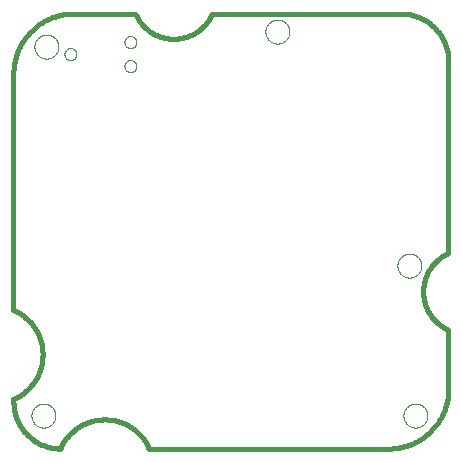
<source format=gko>
G75*
%MOIN*%
%OFA0B0*%
%FSLAX25Y25*%
%IPPOS*%
%LPD*%
%AMOC8*
5,1,8,0,0,1.08239X$1,22.5*
%
%ADD10C,0.00000*%
%ADD11C,0.01600*%
D10*
X0022558Y0025840D02*
X0022560Y0025966D01*
X0022566Y0026092D01*
X0022576Y0026218D01*
X0022590Y0026344D01*
X0022608Y0026469D01*
X0022630Y0026593D01*
X0022655Y0026717D01*
X0022685Y0026840D01*
X0022718Y0026961D01*
X0022756Y0027082D01*
X0022797Y0027201D01*
X0022842Y0027320D01*
X0022890Y0027436D01*
X0022942Y0027551D01*
X0022998Y0027664D01*
X0023058Y0027776D01*
X0023121Y0027885D01*
X0023187Y0027993D01*
X0023256Y0028098D01*
X0023329Y0028201D01*
X0023406Y0028302D01*
X0023485Y0028400D01*
X0023567Y0028496D01*
X0023653Y0028589D01*
X0023741Y0028680D01*
X0023832Y0028767D01*
X0023926Y0028852D01*
X0024022Y0028933D01*
X0024121Y0029012D01*
X0024222Y0029087D01*
X0024326Y0029159D01*
X0024432Y0029228D01*
X0024540Y0029294D01*
X0024650Y0029356D01*
X0024762Y0029414D01*
X0024875Y0029469D01*
X0024991Y0029520D01*
X0025108Y0029568D01*
X0025226Y0029612D01*
X0025346Y0029652D01*
X0025467Y0029688D01*
X0025589Y0029721D01*
X0025712Y0029750D01*
X0025836Y0029774D01*
X0025960Y0029795D01*
X0026085Y0029812D01*
X0026211Y0029825D01*
X0026337Y0029834D01*
X0026463Y0029839D01*
X0026590Y0029840D01*
X0026716Y0029837D01*
X0026842Y0029830D01*
X0026968Y0029819D01*
X0027093Y0029804D01*
X0027218Y0029785D01*
X0027342Y0029762D01*
X0027466Y0029736D01*
X0027588Y0029705D01*
X0027710Y0029671D01*
X0027830Y0029632D01*
X0027949Y0029590D01*
X0028067Y0029545D01*
X0028183Y0029495D01*
X0028298Y0029442D01*
X0028410Y0029385D01*
X0028521Y0029325D01*
X0028630Y0029261D01*
X0028737Y0029194D01*
X0028842Y0029124D01*
X0028945Y0029050D01*
X0029045Y0028973D01*
X0029143Y0028893D01*
X0029238Y0028810D01*
X0029330Y0028724D01*
X0029420Y0028635D01*
X0029507Y0028543D01*
X0029590Y0028449D01*
X0029671Y0028352D01*
X0029749Y0028252D01*
X0029824Y0028150D01*
X0029895Y0028046D01*
X0029963Y0027939D01*
X0030027Y0027831D01*
X0030088Y0027720D01*
X0030146Y0027608D01*
X0030200Y0027494D01*
X0030250Y0027378D01*
X0030297Y0027261D01*
X0030340Y0027142D01*
X0030379Y0027022D01*
X0030415Y0026901D01*
X0030446Y0026778D01*
X0030474Y0026655D01*
X0030498Y0026531D01*
X0030518Y0026406D01*
X0030534Y0026281D01*
X0030546Y0026155D01*
X0030554Y0026029D01*
X0030558Y0025903D01*
X0030558Y0025777D01*
X0030554Y0025651D01*
X0030546Y0025525D01*
X0030534Y0025399D01*
X0030518Y0025274D01*
X0030498Y0025149D01*
X0030474Y0025025D01*
X0030446Y0024902D01*
X0030415Y0024779D01*
X0030379Y0024658D01*
X0030340Y0024538D01*
X0030297Y0024419D01*
X0030250Y0024302D01*
X0030200Y0024186D01*
X0030146Y0024072D01*
X0030088Y0023960D01*
X0030027Y0023849D01*
X0029963Y0023741D01*
X0029895Y0023634D01*
X0029824Y0023530D01*
X0029749Y0023428D01*
X0029671Y0023328D01*
X0029590Y0023231D01*
X0029507Y0023137D01*
X0029420Y0023045D01*
X0029330Y0022956D01*
X0029238Y0022870D01*
X0029143Y0022787D01*
X0029045Y0022707D01*
X0028945Y0022630D01*
X0028842Y0022556D01*
X0028737Y0022486D01*
X0028630Y0022419D01*
X0028521Y0022355D01*
X0028410Y0022295D01*
X0028298Y0022238D01*
X0028183Y0022185D01*
X0028067Y0022135D01*
X0027949Y0022090D01*
X0027830Y0022048D01*
X0027710Y0022009D01*
X0027588Y0021975D01*
X0027466Y0021944D01*
X0027342Y0021918D01*
X0027218Y0021895D01*
X0027093Y0021876D01*
X0026968Y0021861D01*
X0026842Y0021850D01*
X0026716Y0021843D01*
X0026590Y0021840D01*
X0026463Y0021841D01*
X0026337Y0021846D01*
X0026211Y0021855D01*
X0026085Y0021868D01*
X0025960Y0021885D01*
X0025836Y0021906D01*
X0025712Y0021930D01*
X0025589Y0021959D01*
X0025467Y0021992D01*
X0025346Y0022028D01*
X0025226Y0022068D01*
X0025108Y0022112D01*
X0024991Y0022160D01*
X0024875Y0022211D01*
X0024762Y0022266D01*
X0024650Y0022324D01*
X0024540Y0022386D01*
X0024432Y0022452D01*
X0024326Y0022521D01*
X0024222Y0022593D01*
X0024121Y0022668D01*
X0024022Y0022747D01*
X0023926Y0022828D01*
X0023832Y0022913D01*
X0023741Y0023000D01*
X0023653Y0023091D01*
X0023567Y0023184D01*
X0023485Y0023280D01*
X0023406Y0023378D01*
X0023329Y0023479D01*
X0023256Y0023582D01*
X0023187Y0023687D01*
X0023121Y0023795D01*
X0023058Y0023904D01*
X0022998Y0024016D01*
X0022942Y0024129D01*
X0022890Y0024244D01*
X0022842Y0024360D01*
X0022797Y0024479D01*
X0022756Y0024598D01*
X0022718Y0024719D01*
X0022685Y0024840D01*
X0022655Y0024963D01*
X0022630Y0025087D01*
X0022608Y0025211D01*
X0022590Y0025336D01*
X0022576Y0025462D01*
X0022566Y0025588D01*
X0022560Y0025714D01*
X0022558Y0025840D01*
X0053558Y0142340D02*
X0053560Y0142429D01*
X0053566Y0142518D01*
X0053576Y0142607D01*
X0053590Y0142695D01*
X0053607Y0142782D01*
X0053629Y0142868D01*
X0053655Y0142954D01*
X0053684Y0143038D01*
X0053717Y0143121D01*
X0053753Y0143202D01*
X0053794Y0143282D01*
X0053837Y0143359D01*
X0053884Y0143435D01*
X0053935Y0143508D01*
X0053988Y0143579D01*
X0054045Y0143648D01*
X0054105Y0143714D01*
X0054168Y0143778D01*
X0054233Y0143838D01*
X0054301Y0143896D01*
X0054372Y0143950D01*
X0054445Y0144001D01*
X0054520Y0144049D01*
X0054597Y0144094D01*
X0054676Y0144135D01*
X0054757Y0144172D01*
X0054839Y0144206D01*
X0054923Y0144237D01*
X0055008Y0144263D01*
X0055094Y0144286D01*
X0055181Y0144304D01*
X0055269Y0144319D01*
X0055358Y0144330D01*
X0055447Y0144337D01*
X0055536Y0144340D01*
X0055625Y0144339D01*
X0055714Y0144334D01*
X0055802Y0144325D01*
X0055891Y0144312D01*
X0055978Y0144295D01*
X0056065Y0144275D01*
X0056151Y0144250D01*
X0056235Y0144222D01*
X0056318Y0144190D01*
X0056400Y0144154D01*
X0056480Y0144115D01*
X0056558Y0144072D01*
X0056634Y0144026D01*
X0056708Y0143976D01*
X0056780Y0143923D01*
X0056849Y0143867D01*
X0056916Y0143808D01*
X0056980Y0143746D01*
X0057041Y0143682D01*
X0057100Y0143614D01*
X0057155Y0143544D01*
X0057207Y0143472D01*
X0057256Y0143397D01*
X0057301Y0143321D01*
X0057343Y0143242D01*
X0057381Y0143162D01*
X0057416Y0143080D01*
X0057447Y0142996D01*
X0057475Y0142911D01*
X0057498Y0142825D01*
X0057518Y0142738D01*
X0057534Y0142651D01*
X0057546Y0142562D01*
X0057554Y0142474D01*
X0057558Y0142385D01*
X0057558Y0142295D01*
X0057554Y0142206D01*
X0057546Y0142118D01*
X0057534Y0142029D01*
X0057518Y0141942D01*
X0057498Y0141855D01*
X0057475Y0141769D01*
X0057447Y0141684D01*
X0057416Y0141600D01*
X0057381Y0141518D01*
X0057343Y0141438D01*
X0057301Y0141359D01*
X0057256Y0141283D01*
X0057207Y0141208D01*
X0057155Y0141136D01*
X0057100Y0141066D01*
X0057041Y0140998D01*
X0056980Y0140934D01*
X0056916Y0140872D01*
X0056849Y0140813D01*
X0056780Y0140757D01*
X0056708Y0140704D01*
X0056634Y0140654D01*
X0056558Y0140608D01*
X0056480Y0140565D01*
X0056400Y0140526D01*
X0056318Y0140490D01*
X0056235Y0140458D01*
X0056151Y0140430D01*
X0056065Y0140405D01*
X0055978Y0140385D01*
X0055891Y0140368D01*
X0055802Y0140355D01*
X0055714Y0140346D01*
X0055625Y0140341D01*
X0055536Y0140340D01*
X0055447Y0140343D01*
X0055358Y0140350D01*
X0055269Y0140361D01*
X0055181Y0140376D01*
X0055094Y0140394D01*
X0055008Y0140417D01*
X0054923Y0140443D01*
X0054839Y0140474D01*
X0054757Y0140508D01*
X0054676Y0140545D01*
X0054597Y0140586D01*
X0054520Y0140631D01*
X0054445Y0140679D01*
X0054372Y0140730D01*
X0054301Y0140784D01*
X0054233Y0140842D01*
X0054168Y0140902D01*
X0054105Y0140966D01*
X0054045Y0141032D01*
X0053988Y0141101D01*
X0053935Y0141172D01*
X0053884Y0141245D01*
X0053837Y0141321D01*
X0053794Y0141398D01*
X0053753Y0141478D01*
X0053717Y0141559D01*
X0053684Y0141642D01*
X0053655Y0141726D01*
X0053629Y0141812D01*
X0053607Y0141898D01*
X0053590Y0141985D01*
X0053576Y0142073D01*
X0053566Y0142162D01*
X0053560Y0142251D01*
X0053558Y0142340D01*
X0053558Y0150340D02*
X0053560Y0150429D01*
X0053566Y0150518D01*
X0053576Y0150607D01*
X0053590Y0150695D01*
X0053607Y0150782D01*
X0053629Y0150868D01*
X0053655Y0150954D01*
X0053684Y0151038D01*
X0053717Y0151121D01*
X0053753Y0151202D01*
X0053794Y0151282D01*
X0053837Y0151359D01*
X0053884Y0151435D01*
X0053935Y0151508D01*
X0053988Y0151579D01*
X0054045Y0151648D01*
X0054105Y0151714D01*
X0054168Y0151778D01*
X0054233Y0151838D01*
X0054301Y0151896D01*
X0054372Y0151950D01*
X0054445Y0152001D01*
X0054520Y0152049D01*
X0054597Y0152094D01*
X0054676Y0152135D01*
X0054757Y0152172D01*
X0054839Y0152206D01*
X0054923Y0152237D01*
X0055008Y0152263D01*
X0055094Y0152286D01*
X0055181Y0152304D01*
X0055269Y0152319D01*
X0055358Y0152330D01*
X0055447Y0152337D01*
X0055536Y0152340D01*
X0055625Y0152339D01*
X0055714Y0152334D01*
X0055802Y0152325D01*
X0055891Y0152312D01*
X0055978Y0152295D01*
X0056065Y0152275D01*
X0056151Y0152250D01*
X0056235Y0152222D01*
X0056318Y0152190D01*
X0056400Y0152154D01*
X0056480Y0152115D01*
X0056558Y0152072D01*
X0056634Y0152026D01*
X0056708Y0151976D01*
X0056780Y0151923D01*
X0056849Y0151867D01*
X0056916Y0151808D01*
X0056980Y0151746D01*
X0057041Y0151682D01*
X0057100Y0151614D01*
X0057155Y0151544D01*
X0057207Y0151472D01*
X0057256Y0151397D01*
X0057301Y0151321D01*
X0057343Y0151242D01*
X0057381Y0151162D01*
X0057416Y0151080D01*
X0057447Y0150996D01*
X0057475Y0150911D01*
X0057498Y0150825D01*
X0057518Y0150738D01*
X0057534Y0150651D01*
X0057546Y0150562D01*
X0057554Y0150474D01*
X0057558Y0150385D01*
X0057558Y0150295D01*
X0057554Y0150206D01*
X0057546Y0150118D01*
X0057534Y0150029D01*
X0057518Y0149942D01*
X0057498Y0149855D01*
X0057475Y0149769D01*
X0057447Y0149684D01*
X0057416Y0149600D01*
X0057381Y0149518D01*
X0057343Y0149438D01*
X0057301Y0149359D01*
X0057256Y0149283D01*
X0057207Y0149208D01*
X0057155Y0149136D01*
X0057100Y0149066D01*
X0057041Y0148998D01*
X0056980Y0148934D01*
X0056916Y0148872D01*
X0056849Y0148813D01*
X0056780Y0148757D01*
X0056708Y0148704D01*
X0056634Y0148654D01*
X0056558Y0148608D01*
X0056480Y0148565D01*
X0056400Y0148526D01*
X0056318Y0148490D01*
X0056235Y0148458D01*
X0056151Y0148430D01*
X0056065Y0148405D01*
X0055978Y0148385D01*
X0055891Y0148368D01*
X0055802Y0148355D01*
X0055714Y0148346D01*
X0055625Y0148341D01*
X0055536Y0148340D01*
X0055447Y0148343D01*
X0055358Y0148350D01*
X0055269Y0148361D01*
X0055181Y0148376D01*
X0055094Y0148394D01*
X0055008Y0148417D01*
X0054923Y0148443D01*
X0054839Y0148474D01*
X0054757Y0148508D01*
X0054676Y0148545D01*
X0054597Y0148586D01*
X0054520Y0148631D01*
X0054445Y0148679D01*
X0054372Y0148730D01*
X0054301Y0148784D01*
X0054233Y0148842D01*
X0054168Y0148902D01*
X0054105Y0148966D01*
X0054045Y0149032D01*
X0053988Y0149101D01*
X0053935Y0149172D01*
X0053884Y0149245D01*
X0053837Y0149321D01*
X0053794Y0149398D01*
X0053753Y0149478D01*
X0053717Y0149559D01*
X0053684Y0149642D01*
X0053655Y0149726D01*
X0053629Y0149812D01*
X0053607Y0149898D01*
X0053590Y0149985D01*
X0053576Y0150073D01*
X0053566Y0150162D01*
X0053560Y0150251D01*
X0053558Y0150340D01*
X0033558Y0146340D02*
X0033560Y0146429D01*
X0033566Y0146518D01*
X0033576Y0146607D01*
X0033590Y0146695D01*
X0033607Y0146782D01*
X0033629Y0146868D01*
X0033655Y0146954D01*
X0033684Y0147038D01*
X0033717Y0147121D01*
X0033753Y0147202D01*
X0033794Y0147282D01*
X0033837Y0147359D01*
X0033884Y0147435D01*
X0033935Y0147508D01*
X0033988Y0147579D01*
X0034045Y0147648D01*
X0034105Y0147714D01*
X0034168Y0147778D01*
X0034233Y0147838D01*
X0034301Y0147896D01*
X0034372Y0147950D01*
X0034445Y0148001D01*
X0034520Y0148049D01*
X0034597Y0148094D01*
X0034676Y0148135D01*
X0034757Y0148172D01*
X0034839Y0148206D01*
X0034923Y0148237D01*
X0035008Y0148263D01*
X0035094Y0148286D01*
X0035181Y0148304D01*
X0035269Y0148319D01*
X0035358Y0148330D01*
X0035447Y0148337D01*
X0035536Y0148340D01*
X0035625Y0148339D01*
X0035714Y0148334D01*
X0035802Y0148325D01*
X0035891Y0148312D01*
X0035978Y0148295D01*
X0036065Y0148275D01*
X0036151Y0148250D01*
X0036235Y0148222D01*
X0036318Y0148190D01*
X0036400Y0148154D01*
X0036480Y0148115D01*
X0036558Y0148072D01*
X0036634Y0148026D01*
X0036708Y0147976D01*
X0036780Y0147923D01*
X0036849Y0147867D01*
X0036916Y0147808D01*
X0036980Y0147746D01*
X0037041Y0147682D01*
X0037100Y0147614D01*
X0037155Y0147544D01*
X0037207Y0147472D01*
X0037256Y0147397D01*
X0037301Y0147321D01*
X0037343Y0147242D01*
X0037381Y0147162D01*
X0037416Y0147080D01*
X0037447Y0146996D01*
X0037475Y0146911D01*
X0037498Y0146825D01*
X0037518Y0146738D01*
X0037534Y0146651D01*
X0037546Y0146562D01*
X0037554Y0146474D01*
X0037558Y0146385D01*
X0037558Y0146295D01*
X0037554Y0146206D01*
X0037546Y0146118D01*
X0037534Y0146029D01*
X0037518Y0145942D01*
X0037498Y0145855D01*
X0037475Y0145769D01*
X0037447Y0145684D01*
X0037416Y0145600D01*
X0037381Y0145518D01*
X0037343Y0145438D01*
X0037301Y0145359D01*
X0037256Y0145283D01*
X0037207Y0145208D01*
X0037155Y0145136D01*
X0037100Y0145066D01*
X0037041Y0144998D01*
X0036980Y0144934D01*
X0036916Y0144872D01*
X0036849Y0144813D01*
X0036780Y0144757D01*
X0036708Y0144704D01*
X0036634Y0144654D01*
X0036558Y0144608D01*
X0036480Y0144565D01*
X0036400Y0144526D01*
X0036318Y0144490D01*
X0036235Y0144458D01*
X0036151Y0144430D01*
X0036065Y0144405D01*
X0035978Y0144385D01*
X0035891Y0144368D01*
X0035802Y0144355D01*
X0035714Y0144346D01*
X0035625Y0144341D01*
X0035536Y0144340D01*
X0035447Y0144343D01*
X0035358Y0144350D01*
X0035269Y0144361D01*
X0035181Y0144376D01*
X0035094Y0144394D01*
X0035008Y0144417D01*
X0034923Y0144443D01*
X0034839Y0144474D01*
X0034757Y0144508D01*
X0034676Y0144545D01*
X0034597Y0144586D01*
X0034520Y0144631D01*
X0034445Y0144679D01*
X0034372Y0144730D01*
X0034301Y0144784D01*
X0034233Y0144842D01*
X0034168Y0144902D01*
X0034105Y0144966D01*
X0034045Y0145032D01*
X0033988Y0145101D01*
X0033935Y0145172D01*
X0033884Y0145245D01*
X0033837Y0145321D01*
X0033794Y0145398D01*
X0033753Y0145478D01*
X0033717Y0145559D01*
X0033684Y0145642D01*
X0033655Y0145726D01*
X0033629Y0145812D01*
X0033607Y0145898D01*
X0033590Y0145985D01*
X0033576Y0146073D01*
X0033566Y0146162D01*
X0033560Y0146251D01*
X0033558Y0146340D01*
X0023558Y0148840D02*
X0023560Y0148966D01*
X0023566Y0149092D01*
X0023576Y0149218D01*
X0023590Y0149344D01*
X0023608Y0149469D01*
X0023630Y0149593D01*
X0023655Y0149717D01*
X0023685Y0149840D01*
X0023718Y0149961D01*
X0023756Y0150082D01*
X0023797Y0150201D01*
X0023842Y0150320D01*
X0023890Y0150436D01*
X0023942Y0150551D01*
X0023998Y0150664D01*
X0024058Y0150776D01*
X0024121Y0150885D01*
X0024187Y0150993D01*
X0024256Y0151098D01*
X0024329Y0151201D01*
X0024406Y0151302D01*
X0024485Y0151400D01*
X0024567Y0151496D01*
X0024653Y0151589D01*
X0024741Y0151680D01*
X0024832Y0151767D01*
X0024926Y0151852D01*
X0025022Y0151933D01*
X0025121Y0152012D01*
X0025222Y0152087D01*
X0025326Y0152159D01*
X0025432Y0152228D01*
X0025540Y0152294D01*
X0025650Y0152356D01*
X0025762Y0152414D01*
X0025875Y0152469D01*
X0025991Y0152520D01*
X0026108Y0152568D01*
X0026226Y0152612D01*
X0026346Y0152652D01*
X0026467Y0152688D01*
X0026589Y0152721D01*
X0026712Y0152750D01*
X0026836Y0152774D01*
X0026960Y0152795D01*
X0027085Y0152812D01*
X0027211Y0152825D01*
X0027337Y0152834D01*
X0027463Y0152839D01*
X0027590Y0152840D01*
X0027716Y0152837D01*
X0027842Y0152830D01*
X0027968Y0152819D01*
X0028093Y0152804D01*
X0028218Y0152785D01*
X0028342Y0152762D01*
X0028466Y0152736D01*
X0028588Y0152705D01*
X0028710Y0152671D01*
X0028830Y0152632D01*
X0028949Y0152590D01*
X0029067Y0152545D01*
X0029183Y0152495D01*
X0029298Y0152442D01*
X0029410Y0152385D01*
X0029521Y0152325D01*
X0029630Y0152261D01*
X0029737Y0152194D01*
X0029842Y0152124D01*
X0029945Y0152050D01*
X0030045Y0151973D01*
X0030143Y0151893D01*
X0030238Y0151810D01*
X0030330Y0151724D01*
X0030420Y0151635D01*
X0030507Y0151543D01*
X0030590Y0151449D01*
X0030671Y0151352D01*
X0030749Y0151252D01*
X0030824Y0151150D01*
X0030895Y0151046D01*
X0030963Y0150939D01*
X0031027Y0150831D01*
X0031088Y0150720D01*
X0031146Y0150608D01*
X0031200Y0150494D01*
X0031250Y0150378D01*
X0031297Y0150261D01*
X0031340Y0150142D01*
X0031379Y0150022D01*
X0031415Y0149901D01*
X0031446Y0149778D01*
X0031474Y0149655D01*
X0031498Y0149531D01*
X0031518Y0149406D01*
X0031534Y0149281D01*
X0031546Y0149155D01*
X0031554Y0149029D01*
X0031558Y0148903D01*
X0031558Y0148777D01*
X0031554Y0148651D01*
X0031546Y0148525D01*
X0031534Y0148399D01*
X0031518Y0148274D01*
X0031498Y0148149D01*
X0031474Y0148025D01*
X0031446Y0147902D01*
X0031415Y0147779D01*
X0031379Y0147658D01*
X0031340Y0147538D01*
X0031297Y0147419D01*
X0031250Y0147302D01*
X0031200Y0147186D01*
X0031146Y0147072D01*
X0031088Y0146960D01*
X0031027Y0146849D01*
X0030963Y0146741D01*
X0030895Y0146634D01*
X0030824Y0146530D01*
X0030749Y0146428D01*
X0030671Y0146328D01*
X0030590Y0146231D01*
X0030507Y0146137D01*
X0030420Y0146045D01*
X0030330Y0145956D01*
X0030238Y0145870D01*
X0030143Y0145787D01*
X0030045Y0145707D01*
X0029945Y0145630D01*
X0029842Y0145556D01*
X0029737Y0145486D01*
X0029630Y0145419D01*
X0029521Y0145355D01*
X0029410Y0145295D01*
X0029298Y0145238D01*
X0029183Y0145185D01*
X0029067Y0145135D01*
X0028949Y0145090D01*
X0028830Y0145048D01*
X0028710Y0145009D01*
X0028588Y0144975D01*
X0028466Y0144944D01*
X0028342Y0144918D01*
X0028218Y0144895D01*
X0028093Y0144876D01*
X0027968Y0144861D01*
X0027842Y0144850D01*
X0027716Y0144843D01*
X0027590Y0144840D01*
X0027463Y0144841D01*
X0027337Y0144846D01*
X0027211Y0144855D01*
X0027085Y0144868D01*
X0026960Y0144885D01*
X0026836Y0144906D01*
X0026712Y0144930D01*
X0026589Y0144959D01*
X0026467Y0144992D01*
X0026346Y0145028D01*
X0026226Y0145068D01*
X0026108Y0145112D01*
X0025991Y0145160D01*
X0025875Y0145211D01*
X0025762Y0145266D01*
X0025650Y0145324D01*
X0025540Y0145386D01*
X0025432Y0145452D01*
X0025326Y0145521D01*
X0025222Y0145593D01*
X0025121Y0145668D01*
X0025022Y0145747D01*
X0024926Y0145828D01*
X0024832Y0145913D01*
X0024741Y0146000D01*
X0024653Y0146091D01*
X0024567Y0146184D01*
X0024485Y0146280D01*
X0024406Y0146378D01*
X0024329Y0146479D01*
X0024256Y0146582D01*
X0024187Y0146687D01*
X0024121Y0146795D01*
X0024058Y0146904D01*
X0023998Y0147016D01*
X0023942Y0147129D01*
X0023890Y0147244D01*
X0023842Y0147360D01*
X0023797Y0147479D01*
X0023756Y0147598D01*
X0023718Y0147719D01*
X0023685Y0147840D01*
X0023655Y0147963D01*
X0023630Y0148087D01*
X0023608Y0148211D01*
X0023590Y0148336D01*
X0023576Y0148462D01*
X0023566Y0148588D01*
X0023560Y0148714D01*
X0023558Y0148840D01*
X0100558Y0153840D02*
X0100560Y0153966D01*
X0100566Y0154092D01*
X0100576Y0154218D01*
X0100590Y0154344D01*
X0100608Y0154469D01*
X0100630Y0154593D01*
X0100655Y0154717D01*
X0100685Y0154840D01*
X0100718Y0154961D01*
X0100756Y0155082D01*
X0100797Y0155201D01*
X0100842Y0155320D01*
X0100890Y0155436D01*
X0100942Y0155551D01*
X0100998Y0155664D01*
X0101058Y0155776D01*
X0101121Y0155885D01*
X0101187Y0155993D01*
X0101256Y0156098D01*
X0101329Y0156201D01*
X0101406Y0156302D01*
X0101485Y0156400D01*
X0101567Y0156496D01*
X0101653Y0156589D01*
X0101741Y0156680D01*
X0101832Y0156767D01*
X0101926Y0156852D01*
X0102022Y0156933D01*
X0102121Y0157012D01*
X0102222Y0157087D01*
X0102326Y0157159D01*
X0102432Y0157228D01*
X0102540Y0157294D01*
X0102650Y0157356D01*
X0102762Y0157414D01*
X0102875Y0157469D01*
X0102991Y0157520D01*
X0103108Y0157568D01*
X0103226Y0157612D01*
X0103346Y0157652D01*
X0103467Y0157688D01*
X0103589Y0157721D01*
X0103712Y0157750D01*
X0103836Y0157774D01*
X0103960Y0157795D01*
X0104085Y0157812D01*
X0104211Y0157825D01*
X0104337Y0157834D01*
X0104463Y0157839D01*
X0104590Y0157840D01*
X0104716Y0157837D01*
X0104842Y0157830D01*
X0104968Y0157819D01*
X0105093Y0157804D01*
X0105218Y0157785D01*
X0105342Y0157762D01*
X0105466Y0157736D01*
X0105588Y0157705D01*
X0105710Y0157671D01*
X0105830Y0157632D01*
X0105949Y0157590D01*
X0106067Y0157545D01*
X0106183Y0157495D01*
X0106298Y0157442D01*
X0106410Y0157385D01*
X0106521Y0157325D01*
X0106630Y0157261D01*
X0106737Y0157194D01*
X0106842Y0157124D01*
X0106945Y0157050D01*
X0107045Y0156973D01*
X0107143Y0156893D01*
X0107238Y0156810D01*
X0107330Y0156724D01*
X0107420Y0156635D01*
X0107507Y0156543D01*
X0107590Y0156449D01*
X0107671Y0156352D01*
X0107749Y0156252D01*
X0107824Y0156150D01*
X0107895Y0156046D01*
X0107963Y0155939D01*
X0108027Y0155831D01*
X0108088Y0155720D01*
X0108146Y0155608D01*
X0108200Y0155494D01*
X0108250Y0155378D01*
X0108297Y0155261D01*
X0108340Y0155142D01*
X0108379Y0155022D01*
X0108415Y0154901D01*
X0108446Y0154778D01*
X0108474Y0154655D01*
X0108498Y0154531D01*
X0108518Y0154406D01*
X0108534Y0154281D01*
X0108546Y0154155D01*
X0108554Y0154029D01*
X0108558Y0153903D01*
X0108558Y0153777D01*
X0108554Y0153651D01*
X0108546Y0153525D01*
X0108534Y0153399D01*
X0108518Y0153274D01*
X0108498Y0153149D01*
X0108474Y0153025D01*
X0108446Y0152902D01*
X0108415Y0152779D01*
X0108379Y0152658D01*
X0108340Y0152538D01*
X0108297Y0152419D01*
X0108250Y0152302D01*
X0108200Y0152186D01*
X0108146Y0152072D01*
X0108088Y0151960D01*
X0108027Y0151849D01*
X0107963Y0151741D01*
X0107895Y0151634D01*
X0107824Y0151530D01*
X0107749Y0151428D01*
X0107671Y0151328D01*
X0107590Y0151231D01*
X0107507Y0151137D01*
X0107420Y0151045D01*
X0107330Y0150956D01*
X0107238Y0150870D01*
X0107143Y0150787D01*
X0107045Y0150707D01*
X0106945Y0150630D01*
X0106842Y0150556D01*
X0106737Y0150486D01*
X0106630Y0150419D01*
X0106521Y0150355D01*
X0106410Y0150295D01*
X0106298Y0150238D01*
X0106183Y0150185D01*
X0106067Y0150135D01*
X0105949Y0150090D01*
X0105830Y0150048D01*
X0105710Y0150009D01*
X0105588Y0149975D01*
X0105466Y0149944D01*
X0105342Y0149918D01*
X0105218Y0149895D01*
X0105093Y0149876D01*
X0104968Y0149861D01*
X0104842Y0149850D01*
X0104716Y0149843D01*
X0104590Y0149840D01*
X0104463Y0149841D01*
X0104337Y0149846D01*
X0104211Y0149855D01*
X0104085Y0149868D01*
X0103960Y0149885D01*
X0103836Y0149906D01*
X0103712Y0149930D01*
X0103589Y0149959D01*
X0103467Y0149992D01*
X0103346Y0150028D01*
X0103226Y0150068D01*
X0103108Y0150112D01*
X0102991Y0150160D01*
X0102875Y0150211D01*
X0102762Y0150266D01*
X0102650Y0150324D01*
X0102540Y0150386D01*
X0102432Y0150452D01*
X0102326Y0150521D01*
X0102222Y0150593D01*
X0102121Y0150668D01*
X0102022Y0150747D01*
X0101926Y0150828D01*
X0101832Y0150913D01*
X0101741Y0151000D01*
X0101653Y0151091D01*
X0101567Y0151184D01*
X0101485Y0151280D01*
X0101406Y0151378D01*
X0101329Y0151479D01*
X0101256Y0151582D01*
X0101187Y0151687D01*
X0101121Y0151795D01*
X0101058Y0151904D01*
X0100998Y0152016D01*
X0100942Y0152129D01*
X0100890Y0152244D01*
X0100842Y0152360D01*
X0100797Y0152479D01*
X0100756Y0152598D01*
X0100718Y0152719D01*
X0100685Y0152840D01*
X0100655Y0152963D01*
X0100630Y0153087D01*
X0100608Y0153211D01*
X0100590Y0153336D01*
X0100576Y0153462D01*
X0100566Y0153588D01*
X0100560Y0153714D01*
X0100558Y0153840D01*
X0144558Y0075840D02*
X0144560Y0075966D01*
X0144566Y0076092D01*
X0144576Y0076218D01*
X0144590Y0076344D01*
X0144608Y0076469D01*
X0144630Y0076593D01*
X0144655Y0076717D01*
X0144685Y0076840D01*
X0144718Y0076961D01*
X0144756Y0077082D01*
X0144797Y0077201D01*
X0144842Y0077320D01*
X0144890Y0077436D01*
X0144942Y0077551D01*
X0144998Y0077664D01*
X0145058Y0077776D01*
X0145121Y0077885D01*
X0145187Y0077993D01*
X0145256Y0078098D01*
X0145329Y0078201D01*
X0145406Y0078302D01*
X0145485Y0078400D01*
X0145567Y0078496D01*
X0145653Y0078589D01*
X0145741Y0078680D01*
X0145832Y0078767D01*
X0145926Y0078852D01*
X0146022Y0078933D01*
X0146121Y0079012D01*
X0146222Y0079087D01*
X0146326Y0079159D01*
X0146432Y0079228D01*
X0146540Y0079294D01*
X0146650Y0079356D01*
X0146762Y0079414D01*
X0146875Y0079469D01*
X0146991Y0079520D01*
X0147108Y0079568D01*
X0147226Y0079612D01*
X0147346Y0079652D01*
X0147467Y0079688D01*
X0147589Y0079721D01*
X0147712Y0079750D01*
X0147836Y0079774D01*
X0147960Y0079795D01*
X0148085Y0079812D01*
X0148211Y0079825D01*
X0148337Y0079834D01*
X0148463Y0079839D01*
X0148590Y0079840D01*
X0148716Y0079837D01*
X0148842Y0079830D01*
X0148968Y0079819D01*
X0149093Y0079804D01*
X0149218Y0079785D01*
X0149342Y0079762D01*
X0149466Y0079736D01*
X0149588Y0079705D01*
X0149710Y0079671D01*
X0149830Y0079632D01*
X0149949Y0079590D01*
X0150067Y0079545D01*
X0150183Y0079495D01*
X0150298Y0079442D01*
X0150410Y0079385D01*
X0150521Y0079325D01*
X0150630Y0079261D01*
X0150737Y0079194D01*
X0150842Y0079124D01*
X0150945Y0079050D01*
X0151045Y0078973D01*
X0151143Y0078893D01*
X0151238Y0078810D01*
X0151330Y0078724D01*
X0151420Y0078635D01*
X0151507Y0078543D01*
X0151590Y0078449D01*
X0151671Y0078352D01*
X0151749Y0078252D01*
X0151824Y0078150D01*
X0151895Y0078046D01*
X0151963Y0077939D01*
X0152027Y0077831D01*
X0152088Y0077720D01*
X0152146Y0077608D01*
X0152200Y0077494D01*
X0152250Y0077378D01*
X0152297Y0077261D01*
X0152340Y0077142D01*
X0152379Y0077022D01*
X0152415Y0076901D01*
X0152446Y0076778D01*
X0152474Y0076655D01*
X0152498Y0076531D01*
X0152518Y0076406D01*
X0152534Y0076281D01*
X0152546Y0076155D01*
X0152554Y0076029D01*
X0152558Y0075903D01*
X0152558Y0075777D01*
X0152554Y0075651D01*
X0152546Y0075525D01*
X0152534Y0075399D01*
X0152518Y0075274D01*
X0152498Y0075149D01*
X0152474Y0075025D01*
X0152446Y0074902D01*
X0152415Y0074779D01*
X0152379Y0074658D01*
X0152340Y0074538D01*
X0152297Y0074419D01*
X0152250Y0074302D01*
X0152200Y0074186D01*
X0152146Y0074072D01*
X0152088Y0073960D01*
X0152027Y0073849D01*
X0151963Y0073741D01*
X0151895Y0073634D01*
X0151824Y0073530D01*
X0151749Y0073428D01*
X0151671Y0073328D01*
X0151590Y0073231D01*
X0151507Y0073137D01*
X0151420Y0073045D01*
X0151330Y0072956D01*
X0151238Y0072870D01*
X0151143Y0072787D01*
X0151045Y0072707D01*
X0150945Y0072630D01*
X0150842Y0072556D01*
X0150737Y0072486D01*
X0150630Y0072419D01*
X0150521Y0072355D01*
X0150410Y0072295D01*
X0150298Y0072238D01*
X0150183Y0072185D01*
X0150067Y0072135D01*
X0149949Y0072090D01*
X0149830Y0072048D01*
X0149710Y0072009D01*
X0149588Y0071975D01*
X0149466Y0071944D01*
X0149342Y0071918D01*
X0149218Y0071895D01*
X0149093Y0071876D01*
X0148968Y0071861D01*
X0148842Y0071850D01*
X0148716Y0071843D01*
X0148590Y0071840D01*
X0148463Y0071841D01*
X0148337Y0071846D01*
X0148211Y0071855D01*
X0148085Y0071868D01*
X0147960Y0071885D01*
X0147836Y0071906D01*
X0147712Y0071930D01*
X0147589Y0071959D01*
X0147467Y0071992D01*
X0147346Y0072028D01*
X0147226Y0072068D01*
X0147108Y0072112D01*
X0146991Y0072160D01*
X0146875Y0072211D01*
X0146762Y0072266D01*
X0146650Y0072324D01*
X0146540Y0072386D01*
X0146432Y0072452D01*
X0146326Y0072521D01*
X0146222Y0072593D01*
X0146121Y0072668D01*
X0146022Y0072747D01*
X0145926Y0072828D01*
X0145832Y0072913D01*
X0145741Y0073000D01*
X0145653Y0073091D01*
X0145567Y0073184D01*
X0145485Y0073280D01*
X0145406Y0073378D01*
X0145329Y0073479D01*
X0145256Y0073582D01*
X0145187Y0073687D01*
X0145121Y0073795D01*
X0145058Y0073904D01*
X0144998Y0074016D01*
X0144942Y0074129D01*
X0144890Y0074244D01*
X0144842Y0074360D01*
X0144797Y0074479D01*
X0144756Y0074598D01*
X0144718Y0074719D01*
X0144685Y0074840D01*
X0144655Y0074963D01*
X0144630Y0075087D01*
X0144608Y0075211D01*
X0144590Y0075336D01*
X0144576Y0075462D01*
X0144566Y0075588D01*
X0144560Y0075714D01*
X0144558Y0075840D01*
X0146558Y0025840D02*
X0146560Y0025966D01*
X0146566Y0026092D01*
X0146576Y0026218D01*
X0146590Y0026344D01*
X0146608Y0026469D01*
X0146630Y0026593D01*
X0146655Y0026717D01*
X0146685Y0026840D01*
X0146718Y0026961D01*
X0146756Y0027082D01*
X0146797Y0027201D01*
X0146842Y0027320D01*
X0146890Y0027436D01*
X0146942Y0027551D01*
X0146998Y0027664D01*
X0147058Y0027776D01*
X0147121Y0027885D01*
X0147187Y0027993D01*
X0147256Y0028098D01*
X0147329Y0028201D01*
X0147406Y0028302D01*
X0147485Y0028400D01*
X0147567Y0028496D01*
X0147653Y0028589D01*
X0147741Y0028680D01*
X0147832Y0028767D01*
X0147926Y0028852D01*
X0148022Y0028933D01*
X0148121Y0029012D01*
X0148222Y0029087D01*
X0148326Y0029159D01*
X0148432Y0029228D01*
X0148540Y0029294D01*
X0148650Y0029356D01*
X0148762Y0029414D01*
X0148875Y0029469D01*
X0148991Y0029520D01*
X0149108Y0029568D01*
X0149226Y0029612D01*
X0149346Y0029652D01*
X0149467Y0029688D01*
X0149589Y0029721D01*
X0149712Y0029750D01*
X0149836Y0029774D01*
X0149960Y0029795D01*
X0150085Y0029812D01*
X0150211Y0029825D01*
X0150337Y0029834D01*
X0150463Y0029839D01*
X0150590Y0029840D01*
X0150716Y0029837D01*
X0150842Y0029830D01*
X0150968Y0029819D01*
X0151093Y0029804D01*
X0151218Y0029785D01*
X0151342Y0029762D01*
X0151466Y0029736D01*
X0151588Y0029705D01*
X0151710Y0029671D01*
X0151830Y0029632D01*
X0151949Y0029590D01*
X0152067Y0029545D01*
X0152183Y0029495D01*
X0152298Y0029442D01*
X0152410Y0029385D01*
X0152521Y0029325D01*
X0152630Y0029261D01*
X0152737Y0029194D01*
X0152842Y0029124D01*
X0152945Y0029050D01*
X0153045Y0028973D01*
X0153143Y0028893D01*
X0153238Y0028810D01*
X0153330Y0028724D01*
X0153420Y0028635D01*
X0153507Y0028543D01*
X0153590Y0028449D01*
X0153671Y0028352D01*
X0153749Y0028252D01*
X0153824Y0028150D01*
X0153895Y0028046D01*
X0153963Y0027939D01*
X0154027Y0027831D01*
X0154088Y0027720D01*
X0154146Y0027608D01*
X0154200Y0027494D01*
X0154250Y0027378D01*
X0154297Y0027261D01*
X0154340Y0027142D01*
X0154379Y0027022D01*
X0154415Y0026901D01*
X0154446Y0026778D01*
X0154474Y0026655D01*
X0154498Y0026531D01*
X0154518Y0026406D01*
X0154534Y0026281D01*
X0154546Y0026155D01*
X0154554Y0026029D01*
X0154558Y0025903D01*
X0154558Y0025777D01*
X0154554Y0025651D01*
X0154546Y0025525D01*
X0154534Y0025399D01*
X0154518Y0025274D01*
X0154498Y0025149D01*
X0154474Y0025025D01*
X0154446Y0024902D01*
X0154415Y0024779D01*
X0154379Y0024658D01*
X0154340Y0024538D01*
X0154297Y0024419D01*
X0154250Y0024302D01*
X0154200Y0024186D01*
X0154146Y0024072D01*
X0154088Y0023960D01*
X0154027Y0023849D01*
X0153963Y0023741D01*
X0153895Y0023634D01*
X0153824Y0023530D01*
X0153749Y0023428D01*
X0153671Y0023328D01*
X0153590Y0023231D01*
X0153507Y0023137D01*
X0153420Y0023045D01*
X0153330Y0022956D01*
X0153238Y0022870D01*
X0153143Y0022787D01*
X0153045Y0022707D01*
X0152945Y0022630D01*
X0152842Y0022556D01*
X0152737Y0022486D01*
X0152630Y0022419D01*
X0152521Y0022355D01*
X0152410Y0022295D01*
X0152298Y0022238D01*
X0152183Y0022185D01*
X0152067Y0022135D01*
X0151949Y0022090D01*
X0151830Y0022048D01*
X0151710Y0022009D01*
X0151588Y0021975D01*
X0151466Y0021944D01*
X0151342Y0021918D01*
X0151218Y0021895D01*
X0151093Y0021876D01*
X0150968Y0021861D01*
X0150842Y0021850D01*
X0150716Y0021843D01*
X0150590Y0021840D01*
X0150463Y0021841D01*
X0150337Y0021846D01*
X0150211Y0021855D01*
X0150085Y0021868D01*
X0149960Y0021885D01*
X0149836Y0021906D01*
X0149712Y0021930D01*
X0149589Y0021959D01*
X0149467Y0021992D01*
X0149346Y0022028D01*
X0149226Y0022068D01*
X0149108Y0022112D01*
X0148991Y0022160D01*
X0148875Y0022211D01*
X0148762Y0022266D01*
X0148650Y0022324D01*
X0148540Y0022386D01*
X0148432Y0022452D01*
X0148326Y0022521D01*
X0148222Y0022593D01*
X0148121Y0022668D01*
X0148022Y0022747D01*
X0147926Y0022828D01*
X0147832Y0022913D01*
X0147741Y0023000D01*
X0147653Y0023091D01*
X0147567Y0023184D01*
X0147485Y0023280D01*
X0147406Y0023378D01*
X0147329Y0023479D01*
X0147256Y0023582D01*
X0147187Y0023687D01*
X0147121Y0023795D01*
X0147058Y0023904D01*
X0146998Y0024016D01*
X0146942Y0024129D01*
X0146890Y0024244D01*
X0146842Y0024360D01*
X0146797Y0024479D01*
X0146756Y0024598D01*
X0146718Y0024719D01*
X0146685Y0024840D01*
X0146655Y0024963D01*
X0146630Y0025087D01*
X0146608Y0025211D01*
X0146590Y0025336D01*
X0146576Y0025462D01*
X0146566Y0025588D01*
X0146560Y0025714D01*
X0146558Y0025840D01*
D11*
X0141558Y0014840D02*
X0142041Y0014846D01*
X0142524Y0014863D01*
X0143007Y0014893D01*
X0143488Y0014933D01*
X0143969Y0014986D01*
X0144448Y0015050D01*
X0144925Y0015125D01*
X0145401Y0015213D01*
X0145874Y0015311D01*
X0146344Y0015421D01*
X0146812Y0015542D01*
X0147277Y0015675D01*
X0147738Y0015819D01*
X0148196Y0015974D01*
X0148650Y0016140D01*
X0149100Y0016317D01*
X0149545Y0016504D01*
X0149986Y0016703D01*
X0150422Y0016911D01*
X0150852Y0017131D01*
X0151278Y0017361D01*
X0151697Y0017601D01*
X0152111Y0017851D01*
X0152518Y0018111D01*
X0152919Y0018380D01*
X0153314Y0018660D01*
X0153701Y0018948D01*
X0154082Y0019247D01*
X0154455Y0019554D01*
X0154820Y0019870D01*
X0155178Y0020195D01*
X0155528Y0020528D01*
X0155870Y0020870D01*
X0156203Y0021220D01*
X0156528Y0021578D01*
X0156844Y0021943D01*
X0157151Y0022316D01*
X0157450Y0022697D01*
X0157738Y0023084D01*
X0158018Y0023479D01*
X0158287Y0023880D01*
X0158547Y0024287D01*
X0158797Y0024701D01*
X0159037Y0025120D01*
X0159267Y0025546D01*
X0159487Y0025976D01*
X0159695Y0026412D01*
X0159894Y0026853D01*
X0160081Y0027298D01*
X0160258Y0027748D01*
X0160424Y0028202D01*
X0160579Y0028660D01*
X0160723Y0029121D01*
X0160856Y0029586D01*
X0160977Y0030054D01*
X0161087Y0030524D01*
X0161185Y0030997D01*
X0161273Y0031473D01*
X0161348Y0031950D01*
X0161412Y0032429D01*
X0161465Y0032910D01*
X0161505Y0033391D01*
X0161535Y0033874D01*
X0161552Y0034357D01*
X0161558Y0034840D01*
X0161558Y0054431D01*
X0161557Y0054431D02*
X0161246Y0054570D01*
X0160938Y0054717D01*
X0160634Y0054872D01*
X0160334Y0055034D01*
X0160038Y0055203D01*
X0159746Y0055379D01*
X0159458Y0055563D01*
X0159175Y0055753D01*
X0158897Y0055950D01*
X0158624Y0056154D01*
X0158355Y0056365D01*
X0158092Y0056582D01*
X0157835Y0056806D01*
X0157583Y0057036D01*
X0157336Y0057271D01*
X0157096Y0057513D01*
X0156861Y0057761D01*
X0156633Y0058014D01*
X0156411Y0058273D01*
X0156195Y0058537D01*
X0155986Y0058807D01*
X0155783Y0059081D01*
X0155587Y0059360D01*
X0155398Y0059644D01*
X0155216Y0059933D01*
X0155041Y0060226D01*
X0154874Y0060523D01*
X0154714Y0060824D01*
X0154561Y0061129D01*
X0154415Y0061437D01*
X0154277Y0061749D01*
X0154147Y0062065D01*
X0154025Y0062383D01*
X0153910Y0062704D01*
X0153804Y0063028D01*
X0153705Y0063355D01*
X0153614Y0063684D01*
X0153532Y0064015D01*
X0153457Y0064347D01*
X0153391Y0064682D01*
X0153333Y0065018D01*
X0153283Y0065356D01*
X0153241Y0065694D01*
X0153208Y0066034D01*
X0153183Y0066374D01*
X0153166Y0066714D01*
X0153158Y0067055D01*
X0153158Y0067397D01*
X0153166Y0067738D01*
X0153183Y0068078D01*
X0153208Y0068418D01*
X0153241Y0068758D01*
X0153283Y0069096D01*
X0153333Y0069434D01*
X0153391Y0069770D01*
X0153457Y0070105D01*
X0153532Y0070437D01*
X0153614Y0070768D01*
X0153705Y0071097D01*
X0153804Y0071424D01*
X0153910Y0071748D01*
X0154025Y0072069D01*
X0154147Y0072387D01*
X0154277Y0072703D01*
X0154415Y0073015D01*
X0154561Y0073323D01*
X0154714Y0073628D01*
X0154874Y0073929D01*
X0155041Y0074226D01*
X0155216Y0074519D01*
X0155398Y0074808D01*
X0155587Y0075092D01*
X0155783Y0075371D01*
X0155986Y0075645D01*
X0156195Y0075915D01*
X0156411Y0076179D01*
X0156633Y0076438D01*
X0156861Y0076691D01*
X0157096Y0076939D01*
X0157336Y0077181D01*
X0157583Y0077416D01*
X0157835Y0077646D01*
X0158092Y0077870D01*
X0158355Y0078087D01*
X0158624Y0078298D01*
X0158897Y0078502D01*
X0159175Y0078699D01*
X0159458Y0078889D01*
X0159746Y0079073D01*
X0160038Y0079249D01*
X0160334Y0079418D01*
X0160634Y0079580D01*
X0160938Y0079735D01*
X0161246Y0079882D01*
X0161557Y0080021D01*
X0161558Y0080021D02*
X0161558Y0143840D01*
X0161553Y0144227D01*
X0161539Y0144613D01*
X0161516Y0144999D01*
X0161483Y0145384D01*
X0161441Y0145769D01*
X0161390Y0146152D01*
X0161330Y0146534D01*
X0161260Y0146914D01*
X0161181Y0147293D01*
X0161093Y0147669D01*
X0160996Y0148043D01*
X0160890Y0148415D01*
X0160775Y0148784D01*
X0160651Y0149151D01*
X0160518Y0149514D01*
X0160377Y0149874D01*
X0160227Y0150230D01*
X0160068Y0150582D01*
X0159901Y0150931D01*
X0159725Y0151276D01*
X0159541Y0151616D01*
X0159350Y0151951D01*
X0159149Y0152282D01*
X0158942Y0152608D01*
X0158726Y0152929D01*
X0158502Y0153245D01*
X0158271Y0153555D01*
X0158033Y0153859D01*
X0157787Y0154157D01*
X0157534Y0154450D01*
X0157274Y0154736D01*
X0157008Y0155016D01*
X0156734Y0155290D01*
X0156454Y0155556D01*
X0156168Y0155816D01*
X0155875Y0156069D01*
X0155577Y0156315D01*
X0155273Y0156553D01*
X0154963Y0156784D01*
X0154647Y0157008D01*
X0154326Y0157224D01*
X0154000Y0157431D01*
X0153669Y0157632D01*
X0153334Y0157823D01*
X0152994Y0158007D01*
X0152649Y0158183D01*
X0152300Y0158350D01*
X0151948Y0158509D01*
X0151592Y0158659D01*
X0151232Y0158800D01*
X0150869Y0158933D01*
X0150502Y0159057D01*
X0150133Y0159172D01*
X0149761Y0159278D01*
X0149387Y0159375D01*
X0149011Y0159463D01*
X0148632Y0159542D01*
X0148252Y0159612D01*
X0147870Y0159672D01*
X0147487Y0159723D01*
X0147102Y0159765D01*
X0146717Y0159798D01*
X0146331Y0159821D01*
X0145945Y0159835D01*
X0145558Y0159840D01*
X0082739Y0159840D01*
X0082600Y0159529D01*
X0082453Y0159221D01*
X0082298Y0158917D01*
X0082136Y0158617D01*
X0081967Y0158321D01*
X0081791Y0158029D01*
X0081607Y0157741D01*
X0081417Y0157458D01*
X0081220Y0157180D01*
X0081016Y0156907D01*
X0080805Y0156638D01*
X0080588Y0156375D01*
X0080364Y0156118D01*
X0080134Y0155866D01*
X0079899Y0155619D01*
X0079657Y0155379D01*
X0079409Y0155144D01*
X0079156Y0154916D01*
X0078897Y0154694D01*
X0078633Y0154478D01*
X0078363Y0154269D01*
X0078089Y0154066D01*
X0077810Y0153870D01*
X0077526Y0153681D01*
X0077237Y0153499D01*
X0076944Y0153324D01*
X0076647Y0153157D01*
X0076346Y0152997D01*
X0076041Y0152844D01*
X0075733Y0152698D01*
X0075421Y0152560D01*
X0075105Y0152430D01*
X0074787Y0152308D01*
X0074466Y0152193D01*
X0074142Y0152087D01*
X0073815Y0151988D01*
X0073486Y0151897D01*
X0073155Y0151815D01*
X0072823Y0151740D01*
X0072488Y0151674D01*
X0072152Y0151616D01*
X0071814Y0151566D01*
X0071476Y0151524D01*
X0071136Y0151491D01*
X0070796Y0151466D01*
X0070456Y0151449D01*
X0070115Y0151441D01*
X0069773Y0151441D01*
X0069432Y0151449D01*
X0069092Y0151466D01*
X0068752Y0151491D01*
X0068412Y0151524D01*
X0068074Y0151566D01*
X0067736Y0151616D01*
X0067400Y0151674D01*
X0067065Y0151740D01*
X0066733Y0151815D01*
X0066402Y0151897D01*
X0066073Y0151988D01*
X0065746Y0152087D01*
X0065422Y0152193D01*
X0065101Y0152308D01*
X0064783Y0152430D01*
X0064467Y0152560D01*
X0064155Y0152698D01*
X0063847Y0152844D01*
X0063542Y0152997D01*
X0063241Y0153157D01*
X0062944Y0153324D01*
X0062651Y0153499D01*
X0062362Y0153681D01*
X0062078Y0153870D01*
X0061799Y0154066D01*
X0061525Y0154269D01*
X0061255Y0154478D01*
X0060991Y0154694D01*
X0060732Y0154916D01*
X0060479Y0155144D01*
X0060231Y0155379D01*
X0059989Y0155619D01*
X0059754Y0155866D01*
X0059524Y0156118D01*
X0059300Y0156375D01*
X0059083Y0156638D01*
X0058872Y0156907D01*
X0058668Y0157180D01*
X0058471Y0157458D01*
X0058281Y0157741D01*
X0058097Y0158029D01*
X0057921Y0158321D01*
X0057752Y0158617D01*
X0057590Y0158917D01*
X0057435Y0159221D01*
X0057288Y0159529D01*
X0057149Y0159840D01*
X0057148Y0159840D02*
X0036558Y0159840D01*
X0036075Y0159834D01*
X0035592Y0159817D01*
X0035109Y0159787D01*
X0034628Y0159747D01*
X0034147Y0159694D01*
X0033668Y0159630D01*
X0033191Y0159555D01*
X0032715Y0159467D01*
X0032242Y0159369D01*
X0031772Y0159259D01*
X0031304Y0159138D01*
X0030839Y0159005D01*
X0030378Y0158861D01*
X0029920Y0158706D01*
X0029466Y0158540D01*
X0029016Y0158363D01*
X0028571Y0158176D01*
X0028130Y0157977D01*
X0027694Y0157769D01*
X0027264Y0157549D01*
X0026838Y0157319D01*
X0026419Y0157079D01*
X0026005Y0156829D01*
X0025598Y0156569D01*
X0025197Y0156300D01*
X0024802Y0156020D01*
X0024415Y0155732D01*
X0024034Y0155433D01*
X0023661Y0155126D01*
X0023296Y0154810D01*
X0022938Y0154485D01*
X0022588Y0154152D01*
X0022246Y0153810D01*
X0021913Y0153460D01*
X0021588Y0153102D01*
X0021272Y0152737D01*
X0020965Y0152364D01*
X0020666Y0151983D01*
X0020378Y0151596D01*
X0020098Y0151201D01*
X0019829Y0150800D01*
X0019569Y0150393D01*
X0019319Y0149979D01*
X0019079Y0149560D01*
X0018849Y0149134D01*
X0018629Y0148704D01*
X0018421Y0148268D01*
X0018222Y0147827D01*
X0018035Y0147382D01*
X0017858Y0146932D01*
X0017692Y0146478D01*
X0017537Y0146020D01*
X0017393Y0145559D01*
X0017260Y0145094D01*
X0017139Y0144626D01*
X0017029Y0144156D01*
X0016931Y0143683D01*
X0016843Y0143207D01*
X0016768Y0142730D01*
X0016704Y0142251D01*
X0016651Y0141770D01*
X0016611Y0141289D01*
X0016581Y0140806D01*
X0016564Y0140323D01*
X0016558Y0139840D01*
X0016558Y0061021D01*
X0016558Y0061022D02*
X0016918Y0060860D01*
X0017274Y0060690D01*
X0017626Y0060512D01*
X0017973Y0060325D01*
X0018316Y0060129D01*
X0018653Y0059925D01*
X0018986Y0059713D01*
X0019313Y0059493D01*
X0019635Y0059264D01*
X0019951Y0059028D01*
X0020261Y0058785D01*
X0020565Y0058534D01*
X0020863Y0058275D01*
X0021154Y0058010D01*
X0021439Y0057737D01*
X0021718Y0057457D01*
X0021989Y0057171D01*
X0022253Y0056878D01*
X0022510Y0056579D01*
X0022759Y0056273D01*
X0023001Y0055962D01*
X0023236Y0055644D01*
X0023462Y0055321D01*
X0023680Y0054993D01*
X0023891Y0054659D01*
X0024093Y0054321D01*
X0024287Y0053977D01*
X0024472Y0053629D01*
X0024649Y0053276D01*
X0024817Y0052920D01*
X0024976Y0052559D01*
X0025127Y0052194D01*
X0025268Y0051826D01*
X0025401Y0051455D01*
X0025524Y0051080D01*
X0025638Y0050702D01*
X0025743Y0050322D01*
X0025839Y0049939D01*
X0025925Y0049555D01*
X0026001Y0049168D01*
X0026069Y0048779D01*
X0026126Y0048389D01*
X0026174Y0047997D01*
X0026213Y0047605D01*
X0026242Y0047211D01*
X0026261Y0046818D01*
X0026271Y0046423D01*
X0026271Y0046029D01*
X0026261Y0045634D01*
X0026242Y0045241D01*
X0026213Y0044847D01*
X0026174Y0044455D01*
X0026126Y0044063D01*
X0026069Y0043673D01*
X0026001Y0043284D01*
X0025925Y0042897D01*
X0025839Y0042513D01*
X0025743Y0042130D01*
X0025638Y0041750D01*
X0025524Y0041372D01*
X0025401Y0040997D01*
X0025268Y0040626D01*
X0025127Y0040258D01*
X0024976Y0039893D01*
X0024817Y0039532D01*
X0024649Y0039176D01*
X0024472Y0038823D01*
X0024287Y0038475D01*
X0024093Y0038131D01*
X0023891Y0037793D01*
X0023680Y0037459D01*
X0023462Y0037131D01*
X0023236Y0036808D01*
X0023001Y0036490D01*
X0022759Y0036179D01*
X0022510Y0035873D01*
X0022253Y0035574D01*
X0021989Y0035281D01*
X0021718Y0034995D01*
X0021439Y0034715D01*
X0021154Y0034442D01*
X0020863Y0034177D01*
X0020565Y0033918D01*
X0020261Y0033667D01*
X0019951Y0033424D01*
X0019635Y0033188D01*
X0019313Y0032959D01*
X0018986Y0032739D01*
X0018653Y0032527D01*
X0018316Y0032323D01*
X0017973Y0032127D01*
X0017626Y0031940D01*
X0017274Y0031762D01*
X0016918Y0031592D01*
X0016558Y0031430D01*
X0016558Y0031431D02*
X0016558Y0031089D01*
X0016550Y0030708D01*
X0016552Y0030328D01*
X0016563Y0029947D01*
X0016583Y0029567D01*
X0016612Y0029187D01*
X0016651Y0028808D01*
X0016699Y0028431D01*
X0016755Y0028054D01*
X0016821Y0027679D01*
X0016896Y0027306D01*
X0016980Y0026934D01*
X0017073Y0026565D01*
X0017174Y0026198D01*
X0017285Y0025834D01*
X0017404Y0025472D01*
X0017532Y0025114D01*
X0017669Y0024758D01*
X0017814Y0024406D01*
X0017967Y0024058D01*
X0018129Y0023713D01*
X0018300Y0023373D01*
X0018478Y0023036D01*
X0018665Y0022704D01*
X0018859Y0022377D01*
X0019062Y0022055D01*
X0019272Y0021737D01*
X0019489Y0021425D01*
X0019715Y0021118D01*
X0019947Y0020816D01*
X0020187Y0020520D01*
X0020434Y0020230D01*
X0020687Y0019947D01*
X0020948Y0019669D01*
X0021215Y0019398D01*
X0021489Y0019133D01*
X0021769Y0018875D01*
X0022055Y0018624D01*
X0022347Y0018380D01*
X0022645Y0018142D01*
X0022949Y0017913D01*
X0023258Y0017690D01*
X0023572Y0017475D01*
X0023891Y0017268D01*
X0024216Y0017069D01*
X0024545Y0016877D01*
X0024878Y0016694D01*
X0025216Y0016518D01*
X0025558Y0016351D01*
X0025904Y0016192D01*
X0026254Y0016042D01*
X0026607Y0015900D01*
X0026964Y0015766D01*
X0027324Y0015641D01*
X0027686Y0015525D01*
X0028052Y0015418D01*
X0028420Y0015320D01*
X0028790Y0015230D01*
X0029162Y0015150D01*
X0029536Y0015078D01*
X0029911Y0015016D01*
X0030288Y0014963D01*
X0030667Y0014919D01*
X0031046Y0014883D01*
X0031426Y0014858D01*
X0031806Y0014841D01*
X0031806Y0014840D02*
X0032148Y0014840D01*
X0032310Y0015200D01*
X0032480Y0015556D01*
X0032658Y0015908D01*
X0032845Y0016255D01*
X0033041Y0016598D01*
X0033245Y0016935D01*
X0033457Y0017268D01*
X0033677Y0017595D01*
X0033906Y0017917D01*
X0034142Y0018233D01*
X0034385Y0018543D01*
X0034636Y0018847D01*
X0034895Y0019145D01*
X0035160Y0019436D01*
X0035433Y0019721D01*
X0035713Y0020000D01*
X0035999Y0020271D01*
X0036292Y0020535D01*
X0036591Y0020792D01*
X0036897Y0021041D01*
X0037208Y0021283D01*
X0037526Y0021518D01*
X0037849Y0021744D01*
X0038177Y0021962D01*
X0038511Y0022173D01*
X0038849Y0022375D01*
X0039193Y0022569D01*
X0039541Y0022754D01*
X0039894Y0022931D01*
X0040250Y0023099D01*
X0040611Y0023258D01*
X0040976Y0023409D01*
X0041344Y0023550D01*
X0041715Y0023683D01*
X0042090Y0023806D01*
X0042468Y0023920D01*
X0042848Y0024025D01*
X0043231Y0024121D01*
X0043615Y0024207D01*
X0044002Y0024283D01*
X0044391Y0024351D01*
X0044781Y0024408D01*
X0045173Y0024456D01*
X0045565Y0024495D01*
X0045959Y0024524D01*
X0046352Y0024543D01*
X0046747Y0024553D01*
X0047141Y0024553D01*
X0047536Y0024543D01*
X0047929Y0024524D01*
X0048323Y0024495D01*
X0048715Y0024456D01*
X0049107Y0024408D01*
X0049497Y0024351D01*
X0049886Y0024283D01*
X0050273Y0024207D01*
X0050657Y0024121D01*
X0051040Y0024025D01*
X0051420Y0023920D01*
X0051798Y0023806D01*
X0052173Y0023683D01*
X0052544Y0023550D01*
X0052912Y0023409D01*
X0053277Y0023258D01*
X0053638Y0023099D01*
X0053994Y0022931D01*
X0054347Y0022754D01*
X0054695Y0022569D01*
X0055039Y0022375D01*
X0055377Y0022173D01*
X0055711Y0021962D01*
X0056039Y0021744D01*
X0056362Y0021518D01*
X0056680Y0021283D01*
X0056991Y0021041D01*
X0057297Y0020792D01*
X0057596Y0020535D01*
X0057889Y0020271D01*
X0058175Y0020000D01*
X0058455Y0019721D01*
X0058728Y0019436D01*
X0058993Y0019145D01*
X0059252Y0018847D01*
X0059503Y0018543D01*
X0059746Y0018233D01*
X0059982Y0017917D01*
X0060211Y0017595D01*
X0060431Y0017268D01*
X0060643Y0016935D01*
X0060847Y0016598D01*
X0061043Y0016255D01*
X0061230Y0015908D01*
X0061408Y0015556D01*
X0061578Y0015200D01*
X0061740Y0014840D01*
X0061739Y0014840D02*
X0141558Y0014840D01*
M02*

</source>
